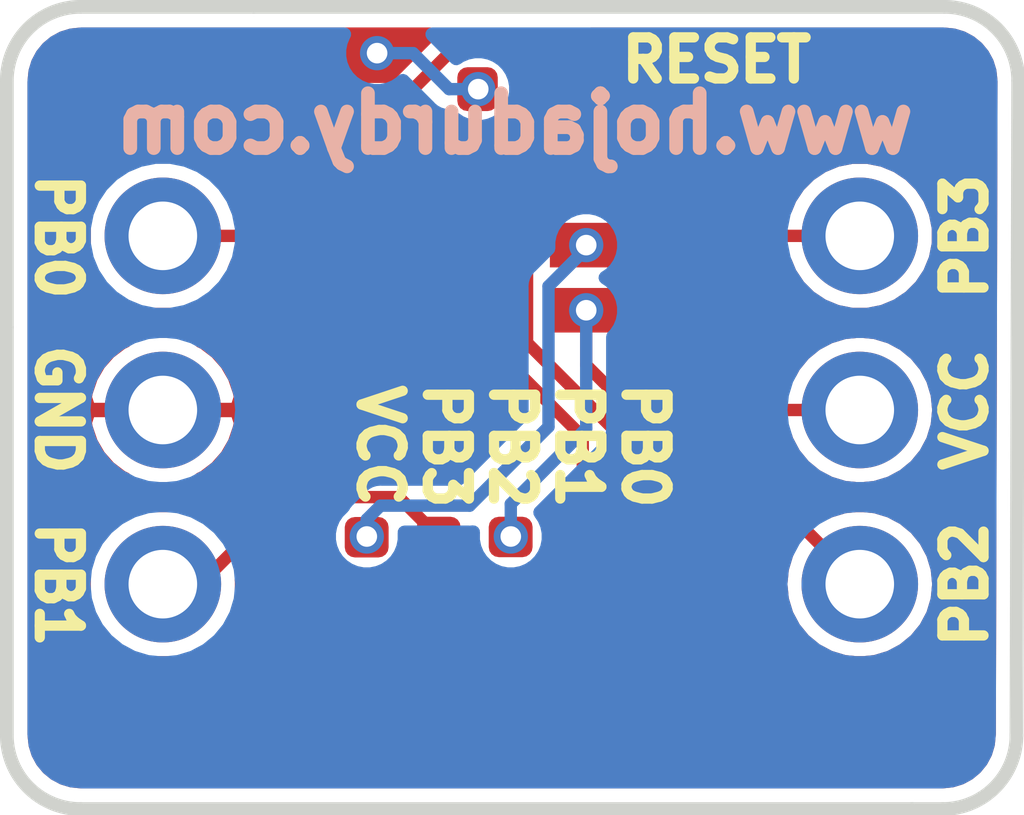
<source format=kicad_pcb>
(kicad_pcb (version 20171130) (host pcbnew "(5.0.0-3-g5ebb6b6)")

  (general
    (thickness 1.6)
    (drawings 21)
    (tracks 101)
    (zones 0)
    (modules 16)
    (nets 13)
  )

  (page A4)
  (layers
    (0 F.Cu signal)
    (31 B.Cu signal)
    (32 B.Adhes user)
    (33 F.Adhes user)
    (34 B.Paste user)
    (35 F.Paste user)
    (36 B.SilkS user)
    (37 F.SilkS user)
    (38 B.Mask user)
    (39 F.Mask user)
    (40 Dwgs.User user)
    (41 Cmts.User user)
    (42 Eco1.User user)
    (43 Eco2.User user)
    (44 Edge.Cuts user)
    (45 Margin user)
    (46 B.CrtYd user)
    (47 F.CrtYd user)
    (48 B.Fab user)
    (49 F.Fab user)
  )

  (setup
    (last_trace_width 0.18)
    (trace_clearance 0.2)
    (zone_clearance 0.508)
    (zone_45_only no)
    (trace_min 0.17)
    (segment_width 0.2)
    (edge_width 0.2)
    (via_size 0.5)
    (via_drill 0.3)
    (via_min_size 0.4)
    (via_min_drill 0.3)
    (uvia_size 0.3)
    (uvia_drill 0.1)
    (uvias_allowed no)
    (uvia_min_size 0.2)
    (uvia_min_drill 0.1)
    (pcb_text_width 0.3)
    (pcb_text_size 1.5 1.5)
    (mod_edge_width 0.15)
    (mod_text_size 1 1)
    (mod_text_width 0.15)
    (pad_size 0.45 0.7)
    (pad_drill 0)
    (pad_to_mask_clearance 0)
    (aux_axis_origin 0 0)
    (visible_elements FFFFFF7F)
    (pcbplotparams
      (layerselection 0x010fc_ffffffff)
      (usegerberextensions false)
      (usegerberattributes false)
      (usegerberadvancedattributes false)
      (creategerberjobfile false)
      (excludeedgelayer true)
      (linewidth 0.100000)
      (plotframeref false)
      (viasonmask false)
      (mode 1)
      (useauxorigin false)
      (hpglpennumber 1)
      (hpglpenspeed 20)
      (hpglpendiameter 15.000000)
      (psnegative false)
      (psa4output false)
      (plotreference true)
      (plotvalue true)
      (plotinvisibletext false)
      (padsonsilk false)
      (subtractmaskfromsilk false)
      (outputformat 1)
      (mirror false)
      (drillshape 1)
      (scaleselection 1)
      (outputdirectory ""))
  )

  (net 0 "")
  (net 1 VCC)
  (net 2 GND)
  (net 3 "Net-(D1-Pad2)")
  (net 4 "Net-(D2-Pad2)")
  (net 5 "Net-(D3-Pad2)")
  (net 6 /PB3)
  (net 7 /PB1)
  (net 8 /PB0)
  (net 9 /PB2)
  (net 10 "Net-(D4-Pad2)")
  (net 11 "Net-(D5-Pad2)")
  (net 12 "Net-(Q1-Pad2)")

  (net_class Default "This is the default net class."
    (clearance 0.2)
    (trace_width 0.18)
    (via_dia 0.5)
    (via_drill 0.3)
    (uvia_dia 0.3)
    (uvia_drill 0.1)
    (add_net /PB0)
    (add_net /PB1)
    (add_net /PB2)
    (add_net /PB3)
    (add_net GND)
    (add_net "Net-(D1-Pad2)")
    (add_net "Net-(D2-Pad2)")
    (add_net "Net-(D3-Pad2)")
    (add_net "Net-(D4-Pad2)")
    (add_net "Net-(D5-Pad2)")
    (add_net "Net-(Q1-Pad2)")
    (add_net VCC)
  )

  (module LED_SMD:LED_0402_1005Metric (layer F.Cu) (tedit 5C0D7962) (tstamp 5C252087)
    (at 132.7 88.716757 90)
    (descr "LED SMD 0402 (1005 Metric), square (rectangular) end terminal, IPC_7351 nominal, (Body size source: http://www.tortai-tech.com/upload/download/2011102023233369053.pdf), generated with kicad-footprint-generator")
    (tags LED)
    (path /5BB0DEB4)
    (attr smd)
    (fp_text reference D2 (at 0 -1.17 90) (layer F.SilkS) hide
      (effects (font (size 1 1) (thickness 0.15)))
    )
    (fp_text value LED (at 0 1.17 90) (layer F.Fab) hide
      (effects (font (size 1 1) (thickness 0.15)))
    )
    (fp_text user %R (at 0 0 90) (layer F.Fab)
      (effects (font (size 0.25 0.25) (thickness 0.04)))
    )
    (fp_line (start -0.3 0.25) (end -0.3 -0.25) (layer F.Fab) (width 0.1))
    (fp_line (start -0.4 0.25) (end -0.4 -0.25) (layer F.Fab) (width 0.1))
    (fp_line (start 0.5 0.25) (end -0.5 0.25) (layer F.Fab) (width 0.1))
    (fp_line (start 0.5 -0.25) (end 0.5 0.25) (layer F.Fab) (width 0.1))
    (fp_line (start -0.5 -0.25) (end 0.5 -0.25) (layer F.Fab) (width 0.1))
    (fp_line (start -0.5 0.25) (end -0.5 -0.25) (layer F.Fab) (width 0.1))
    (pad 2 smd roundrect (at 0.485 0 90) (size 0.59 0.64) (layers F.Cu F.Paste F.Mask) (roundrect_rratio 0.25)
      (net 4 "Net-(D2-Pad2)"))
    (pad 1 smd roundrect (at -0.485 0 90) (size 0.59 0.64) (layers F.Cu F.Paste F.Mask) (roundrect_rratio 0.25)
      (net 2 GND))
    (model ${KISYS3DMOD}/LED_SMD.3dshapes/LED_0402_1005Metric.wrl
      (at (xyz 0 0 0))
      (scale (xyz 1 1 1))
      (rotate (xyz 0 0 0))
    )
  )

  (module LED_SMD:LED_0402_1005Metric (layer F.Cu) (tedit 5C0D7952) (tstamp 5C252075)
    (at 133.75 88.71 90)
    (descr "LED SMD 0402 (1005 Metric), square (rectangular) end terminal, IPC_7351 nominal, (Body size source: http://www.tortai-tech.com/upload/download/2011102023233369053.pdf), generated with kicad-footprint-generator")
    (tags LED)
    (path /5BB0D5F5)
    (attr smd)
    (fp_text reference D1 (at 0 -1.17 90) (layer F.SilkS) hide
      (effects (font (size 1 1) (thickness 0.15)))
    )
    (fp_text value LED (at 0 1.17 90) (layer F.Fab) hide
      (effects (font (size 1 1) (thickness 0.15)))
    )
    (fp_line (start -0.5 0.25) (end -0.5 -0.25) (layer F.Fab) (width 0.1))
    (fp_line (start -0.5 -0.25) (end 0.5 -0.25) (layer F.Fab) (width 0.1))
    (fp_line (start 0.5 -0.25) (end 0.5 0.25) (layer F.Fab) (width 0.1))
    (fp_line (start 0.5 0.25) (end -0.5 0.25) (layer F.Fab) (width 0.1))
    (fp_line (start -0.4 0.25) (end -0.4 -0.25) (layer F.Fab) (width 0.1))
    (fp_line (start -0.3 0.25) (end -0.3 -0.25) (layer F.Fab) (width 0.1))
    (fp_text user %R (at 0 0 90) (layer F.Fab)
      (effects (font (size 0.25 0.25) (thickness 0.04)))
    )
    (pad 1 smd roundrect (at -0.485 0 90) (size 0.59 0.64) (layers F.Cu F.Paste F.Mask) (roundrect_rratio 0.25)
      (net 2 GND))
    (pad 2 smd roundrect (at 0.485 0 90) (size 0.59 0.64) (layers F.Cu F.Paste F.Mask) (roundrect_rratio 0.25)
      (net 3 "Net-(D1-Pad2)"))
    (model ${KISYS3DMOD}/LED_SMD.3dshapes/LED_0402_1005Metric.wrl
      (at (xyz 0 0 0))
      (scale (xyz 1 1 1))
      (rotate (xyz 0 0 0))
    )
  )

  (module LED_SMD:LED_0402_1005Metric (layer F.Cu) (tedit 5C0D7943) (tstamp 5C2520BD)
    (at 129.548089 88.716757 90)
    (descr "LED SMD 0402 (1005 Metric), square (rectangular) end terminal, IPC_7351 nominal, (Body size source: http://www.tortai-tech.com/upload/download/2011102023233369053.pdf), generated with kicad-footprint-generator")
    (tags LED)
    (path /5BB1298B)
    (attr smd)
    (fp_text reference D5 (at 0 -1.17 90) (layer F.SilkS) hide
      (effects (font (size 1 1) (thickness 0.15)))
    )
    (fp_text value LED (at 0 1.17 90) (layer F.Fab) hide
      (effects (font (size 1 1) (thickness 0.15)))
    )
    (fp_text user %R (at 0 0 90) (layer F.Fab)
      (effects (font (size 0.25 0.25) (thickness 0.04)))
    )
    (fp_line (start -0.3 0.25) (end -0.3 -0.25) (layer F.Fab) (width 0.1))
    (fp_line (start -0.4 0.25) (end -0.4 -0.25) (layer F.Fab) (width 0.1))
    (fp_line (start 0.5 0.25) (end -0.5 0.25) (layer F.Fab) (width 0.1))
    (fp_line (start 0.5 -0.25) (end 0.5 0.25) (layer F.Fab) (width 0.1))
    (fp_line (start -0.5 -0.25) (end 0.5 -0.25) (layer F.Fab) (width 0.1))
    (fp_line (start -0.5 0.25) (end -0.5 -0.25) (layer F.Fab) (width 0.1))
    (pad 2 smd roundrect (at 0.485 0 90) (size 0.59 0.64) (layers F.Cu F.Paste F.Mask) (roundrect_rratio 0.25)
      (net 11 "Net-(D5-Pad2)"))
    (pad 1 smd roundrect (at -0.485 0 90) (size 0.59 0.64) (layers F.Cu F.Paste F.Mask) (roundrect_rratio 0.25)
      (net 2 GND))
    (model ${KISYS3DMOD}/LED_SMD.3dshapes/LED_0402_1005Metric.wrl
      (at (xyz 0 0 0))
      (scale (xyz 1 1 1))
      (rotate (xyz 0 0 0))
    )
  )

  (module LED_SMD:LED_0402_1005Metric (layer F.Cu) (tedit 5C0D7931) (tstamp 5C252099)
    (at 131.648089 88.716757 90)
    (descr "LED SMD 0402 (1005 Metric), square (rectangular) end terminal, IPC_7351 nominal, (Body size source: http://www.tortai-tech.com/upload/download/2011102023233369053.pdf), generated with kicad-footprint-generator")
    (tags LED)
    (path /5BB0DECD)
    (attr smd)
    (fp_text reference D3 (at 0 -1.17 90) (layer F.SilkS) hide
      (effects (font (size 1 1) (thickness 0.15)))
    )
    (fp_text value LED (at 0 1.17 90) (layer F.Fab) hide
      (effects (font (size 1 1) (thickness 0.15)))
    )
    (fp_line (start -0.5 0.25) (end -0.5 -0.25) (layer F.Fab) (width 0.1))
    (fp_line (start -0.5 -0.25) (end 0.5 -0.25) (layer F.Fab) (width 0.1))
    (fp_line (start 0.5 -0.25) (end 0.5 0.25) (layer F.Fab) (width 0.1))
    (fp_line (start 0.5 0.25) (end -0.5 0.25) (layer F.Fab) (width 0.1))
    (fp_line (start -0.4 0.25) (end -0.4 -0.25) (layer F.Fab) (width 0.1))
    (fp_line (start -0.3 0.25) (end -0.3 -0.25) (layer F.Fab) (width 0.1))
    (fp_text user %R (at 0 0 90) (layer F.Fab)
      (effects (font (size 0.25 0.25) (thickness 0.04)))
    )
    (pad 1 smd roundrect (at -0.485 0 90) (size 0.59 0.64) (layers F.Cu F.Paste F.Mask) (roundrect_rratio 0.25)
      (net 2 GND))
    (pad 2 smd roundrect (at 0.485 0 90) (size 0.59 0.64) (layers F.Cu F.Paste F.Mask) (roundrect_rratio 0.25)
      (net 5 "Net-(D3-Pad2)"))
    (model ${KISYS3DMOD}/LED_SMD.3dshapes/LED_0402_1005Metric.wrl
      (at (xyz 0 0 0))
      (scale (xyz 1 1 1))
      (rotate (xyz 0 0 0))
    )
  )

  (module LED_SMD:LED_0402_1005Metric (layer F.Cu) (tedit 5C0D7922) (tstamp 5C2520AB)
    (at 130.598089 88.716757 90)
    (descr "LED SMD 0402 (1005 Metric), square (rectangular) end terminal, IPC_7351 nominal, (Body size source: http://www.tortai-tech.com/upload/download/2011102023233369053.pdf), generated with kicad-footprint-generator")
    (tags LED)
    (path /5BB25877)
    (attr smd)
    (fp_text reference D4 (at 0 -1.17 90) (layer F.SilkS) hide
      (effects (font (size 1 1) (thickness 0.15)))
    )
    (fp_text value LED (at 0 1.17 90) (layer F.Fab) hide
      (effects (font (size 1 1) (thickness 0.15)))
    )
    (fp_line (start -0.5 0.25) (end -0.5 -0.25) (layer F.Fab) (width 0.1))
    (fp_line (start -0.5 -0.25) (end 0.5 -0.25) (layer F.Fab) (width 0.1))
    (fp_line (start 0.5 -0.25) (end 0.5 0.25) (layer F.Fab) (width 0.1))
    (fp_line (start 0.5 0.25) (end -0.5 0.25) (layer F.Fab) (width 0.1))
    (fp_line (start -0.4 0.25) (end -0.4 -0.25) (layer F.Fab) (width 0.1))
    (fp_line (start -0.3 0.25) (end -0.3 -0.25) (layer F.Fab) (width 0.1))
    (fp_text user %R (at 0 0 90) (layer F.Fab)
      (effects (font (size 0.25 0.25) (thickness 0.04)))
    )
    (pad 1 smd roundrect (at -0.485 0 90) (size 0.59 0.64) (layers F.Cu F.Paste F.Mask) (roundrect_rratio 0.25)
      (net 2 GND))
    (pad 2 smd roundrect (at 0.485 0 90) (size 0.59 0.64) (layers F.Cu F.Paste F.Mask) (roundrect_rratio 0.25)
      (net 10 "Net-(D4-Pad2)"))
    (model ${KISYS3DMOD}/LED_SMD.3dshapes/LED_0402_1005Metric.wrl
      (at (xyz 0 0 0))
      (scale (xyz 1 1 1))
      (rotate (xyz 0 0 0))
    )
  )

  (module Resistor_SMD:R_0402_1005Metric (layer F.Cu) (tedit 5C0D7912) (tstamp 5C25213C)
    (at 130.598089 86.716757 90)
    (descr "Resistor SMD 0402 (1005 Metric), square (rectangular) end terminal, IPC_7351 nominal, (Body size source: http://www.tortai-tech.com/upload/download/2011102023233369053.pdf), generated with kicad-footprint-generator")
    (tags resistor)
    (path /5BB2583F)
    (attr smd)
    (fp_text reference R4 (at 0 -1.17 90) (layer F.SilkS) hide
      (effects (font (size 1 1) (thickness 0.15)))
    )
    (fp_text value 1K (at 0 1.17 90) (layer F.Fab) hide
      (effects (font (size 1 1) (thickness 0.15)))
    )
    (fp_text user %R (at 0 0 90) (layer F.Fab)
      (effects (font (size 0.25 0.25) (thickness 0.04)))
    )
    (fp_line (start 0.5 0.25) (end -0.5 0.25) (layer F.Fab) (width 0.1))
    (fp_line (start 0.5 -0.25) (end 0.5 0.25) (layer F.Fab) (width 0.1))
    (fp_line (start -0.5 -0.25) (end 0.5 -0.25) (layer F.Fab) (width 0.1))
    (fp_line (start -0.5 0.25) (end -0.5 -0.25) (layer F.Fab) (width 0.1))
    (pad 2 smd roundrect (at 0.485 0 90) (size 0.59 0.64) (layers F.Cu F.Paste F.Mask) (roundrect_rratio 0.25)
      (net 12 "Net-(Q1-Pad2)"))
    (pad 1 smd roundrect (at -0.485 0 90) (size 0.59 0.64) (layers F.Cu F.Paste F.Mask) (roundrect_rratio 0.25)
      (net 10 "Net-(D4-Pad2)"))
    (model ${KISYS3DMOD}/Resistor_SMD.3dshapes/R_0402_1005Metric.wrl
      (at (xyz 0 0 0))
      (scale (xyz 1 1 1))
      (rotate (xyz 0 0 0))
    )
  )

  (module Resistor_SMD:R_0402_1005Metric (layer F.Cu) (tedit 5C0D7904) (tstamp 5C25212D)
    (at 131.648089 86.716757 90)
    (descr "Resistor SMD 0402 (1005 Metric), square (rectangular) end terminal, IPC_7351 nominal, (Body size source: http://www.tortai-tech.com/upload/download/2011102023233369053.pdf), generated with kicad-footprint-generator")
    (tags resistor)
    (path /5BB0E090)
    (attr smd)
    (fp_text reference R3 (at 0 -1.17 90) (layer F.SilkS) hide
      (effects (font (size 1 1) (thickness 0.15)))
    )
    (fp_text value 1K (at 0 1.17 90) (layer F.Fab) hide
      (effects (font (size 1 1) (thickness 0.15)))
    )
    (fp_line (start -0.5 0.25) (end -0.5 -0.25) (layer F.Fab) (width 0.1))
    (fp_line (start -0.5 -0.25) (end 0.5 -0.25) (layer F.Fab) (width 0.1))
    (fp_line (start 0.5 -0.25) (end 0.5 0.25) (layer F.Fab) (width 0.1))
    (fp_line (start 0.5 0.25) (end -0.5 0.25) (layer F.Fab) (width 0.1))
    (fp_text user %R (at 0 0 90) (layer F.Fab)
      (effects (font (size 0.25 0.25) (thickness 0.04)))
    )
    (pad 1 smd roundrect (at -0.485 0 90) (size 0.59 0.64) (layers F.Cu F.Paste F.Mask) (roundrect_rratio 0.25)
      (net 5 "Net-(D3-Pad2)"))
    (pad 2 smd roundrect (at 0.485 0 90) (size 0.59 0.64) (layers F.Cu F.Paste F.Mask) (roundrect_rratio 0.25)
      (net 9 /PB2))
    (model ${KISYS3DMOD}/Resistor_SMD.3dshapes/R_0402_1005Metric.wrl
      (at (xyz 0 0 0))
      (scale (xyz 1 1 1))
      (rotate (xyz 0 0 0))
    )
  )

  (module HD:microbutton (layer F.Cu) (tedit 5C0D78D6) (tstamp 5C252158)
    (at 134.675 81.9 90)
    (descr "Ultra-small-sized Tactile Switch with High Contact Reliability, Top-actuated Model, without Ground Terminal, with Boss")
    (tags "Tactile Switch")
    (path /5C0DC8F4)
    (attr smd)
    (fp_text reference RESET1 (at 0 -2.5 90) (layer F.SilkS) hide
      (effects (font (size 1 1) (thickness 0.15)))
    )
    (fp_text value SW_Push (at 0 2.5 90) (layer F.Fab) hide
      (effects (font (size 1 1) (thickness 0.15)))
    )
    (fp_text user %R (at 0 -2.5 90) (layer F.Fab) hide
      (effects (font (size 1 1) (thickness 0.15)))
    )
    (fp_line (start -1.5 1) (end -1.5 -0.95) (layer F.Fab) (width 0.15))
    (fp_line (start -0.05 -0.95) (end -1.5 -0.95) (layer F.Fab) (width 0.15))
    (fp_line (start 1.4 -0.95) (end -0.05 -0.95) (layer F.Fab) (width 0.15))
    (fp_line (start 1.4 -0.95) (end 1.4 1) (layer F.Fab) (width 0.15))
    (fp_line (start -0.05 1) (end 1.4 1) (layer F.Fab) (width 0.15))
    (fp_line (start -1.5 1) (end -0.05 1) (layer F.Fab) (width 0.15))
    (pad 1 smd rect (at -1.7 0 90) (size 0.6 1.5) (layers F.Cu F.Paste F.Mask)
      (net 6 /PB3))
    (pad 2 smd rect (at 1.6 0 90) (size 0.6 1.5) (layers F.Cu F.Paste F.Mask)
      (net 2 GND))
    (model ${KISYS3DMOD}/Button_Switch_SMD.3dshapes/SW_SPST_B3U-1000P-B.wrl
      (at (xyz 0 0 0))
      (scale (xyz 1 1 1))
      (rotate (xyz 0 0 0))
    )
  )

  (module Resistor_SMD:R_0402_1005Metric (layer F.Cu) (tedit 5C0D788D) (tstamp 5C25211E)
    (at 132.7 86.715 90)
    (descr "Resistor SMD 0402 (1005 Metric), square (rectangular) end terminal, IPC_7351 nominal, (Body size source: http://www.tortai-tech.com/upload/download/2011102023233369053.pdf), generated with kicad-footprint-generator")
    (tags resistor)
    (path /5BB0E070)
    (attr smd)
    (fp_text reference R2 (at 0 -1.17 90) (layer F.SilkS) hide
      (effects (font (size 1 1) (thickness 0.15)))
    )
    (fp_text value 1K (at 0 1.17 90) (layer F.Fab) hide
      (effects (font (size 1 1) (thickness 0.15)))
    )
    (fp_text user %R (at 0 0 90) (layer F.Fab)
      (effects (font (size 0.25 0.25) (thickness 0.04)))
    )
    (fp_line (start 0.5 0.25) (end -0.5 0.25) (layer F.Fab) (width 0.1))
    (fp_line (start 0.5 -0.25) (end 0.5 0.25) (layer F.Fab) (width 0.1))
    (fp_line (start -0.5 -0.25) (end 0.5 -0.25) (layer F.Fab) (width 0.1))
    (fp_line (start -0.5 0.25) (end -0.5 -0.25) (layer F.Fab) (width 0.1))
    (pad 2 smd roundrect (at 0.485 0 90) (size 0.59 0.64) (layers F.Cu F.Paste F.Mask) (roundrect_rratio 0.25)
      (net 7 /PB1))
    (pad 1 smd roundrect (at -0.485 0 90) (size 0.59 0.64) (layers F.Cu F.Paste F.Mask) (roundrect_rratio 0.25)
      (net 4 "Net-(D2-Pad2)"))
    (model ${KISYS3DMOD}/Resistor_SMD.3dshapes/R_0402_1005Metric.wrl
      (at (xyz 0 0 0))
      (scale (xyz 1 1 1))
      (rotate (xyz 0 0 0))
    )
  )

  (module Resistor_SMD:R_0402_1005Metric (layer F.Cu) (tedit 5C0D787A) (tstamp 5C25210F)
    (at 133.75 86.715 90)
    (descr "Resistor SMD 0402 (1005 Metric), square (rectangular) end terminal, IPC_7351 nominal, (Body size source: http://www.tortai-tech.com/upload/download/2011102023233369053.pdf), generated with kicad-footprint-generator")
    (tags resistor)
    (path /5BB0DF78)
    (attr smd)
    (fp_text reference R1 (at 0 -1.17 90) (layer F.SilkS) hide
      (effects (font (size 1 1) (thickness 0.15)))
    )
    (fp_text value 1K (at 0 1.17 90) (layer F.Fab) hide
      (effects (font (size 1 1) (thickness 0.15)))
    )
    (fp_line (start -0.5 0.25) (end -0.5 -0.25) (layer F.Fab) (width 0.1))
    (fp_line (start -0.5 -0.25) (end 0.5 -0.25) (layer F.Fab) (width 0.1))
    (fp_line (start 0.5 -0.25) (end 0.5 0.25) (layer F.Fab) (width 0.1))
    (fp_line (start 0.5 0.25) (end -0.5 0.25) (layer F.Fab) (width 0.1))
    (fp_text user %R (at 0 0 90) (layer F.Fab)
      (effects (font (size 0.25 0.25) (thickness 0.04)))
    )
    (pad 1 smd roundrect (at -0.485 0 90) (size 0.59 0.64) (layers F.Cu F.Paste F.Mask) (roundrect_rratio 0.25)
      (net 3 "Net-(D1-Pad2)"))
    (pad 2 smd roundrect (at 0.485 0 90) (size 0.59 0.64) (layers F.Cu F.Paste F.Mask) (roundrect_rratio 0.25)
      (net 8 /PB0))
    (model ${KISYS3DMOD}/Resistor_SMD.3dshapes/R_0402_1005Metric.wrl
      (at (xyz 0 0 0))
      (scale (xyz 1 1 1))
      (rotate (xyz 0 0 0))
    )
  )

  (module Resistor_SMD:R_0402_1005Metric (layer F.Cu) (tedit 5C0D7869) (tstamp 5C25214B)
    (at 129.548089 86.720494 270)
    (descr "Resistor SMD 0402 (1005 Metric), square (rectangular) end terminal, IPC_7351 nominal, (Body size source: http://www.tortai-tech.com/upload/download/2011102023233369053.pdf), generated with kicad-footprint-generator")
    (tags resistor)
    (path /5BB129D3)
    (attr smd)
    (fp_text reference R5 (at 0.035 1.25 270) (layer F.SilkS) hide
      (effects (font (size 1 1) (thickness 0.15)))
    )
    (fp_text value 1K (at 0 1.17 270) (layer F.Fab) hide
      (effects (font (size 1 1) (thickness 0.15)))
    )
    (fp_line (start -0.5 0.25) (end -0.5 -0.25) (layer F.Fab) (width 0.1))
    (fp_line (start -0.5 -0.25) (end 0.5 -0.25) (layer F.Fab) (width 0.1))
    (fp_line (start 0.5 -0.25) (end 0.5 0.25) (layer F.Fab) (width 0.1))
    (fp_line (start 0.5 0.25) (end -0.5 0.25) (layer F.Fab) (width 0.1))
    (fp_text user %R (at 0 0 270) (layer F.Fab)
      (effects (font (size 0.25 0.25) (thickness 0.04)))
    )
    (pad 1 smd roundrect (at -0.485 0 270) (size 0.59 0.64) (layers F.Cu F.Paste F.Mask) (roundrect_rratio 0.25)
      (net 1 VCC))
    (pad 2 smd roundrect (at 0.485 0 270) (size 0.59 0.64) (layers F.Cu F.Paste F.Mask) (roundrect_rratio 0.25)
      (net 11 "Net-(D5-Pad2)"))
    (model ${KISYS3DMOD}/Resistor_SMD.3dshapes/R_0402_1005Metric.wrl
      (at (xyz 0 0 0))
      (scale (xyz 1 1 1))
      (rotate (xyz 0 0 0))
    )
  )

  (module Capacitor_SMD:C_0402_1005Metric (layer F.Cu) (tedit 5C0D7856) (tstamp 5C252063)
    (at 131.65 79.7 180)
    (descr "Capacitor SMD 0402 (1005 Metric), square (rectangular) end terminal, IPC_7351 nominal, (Body size source: http://www.tortai-tech.com/upload/download/2011102023233369053.pdf), generated with kicad-footprint-generator")
    (tags capacitor)
    (path /5BB0D875)
    (attr smd)
    (fp_text reference C1 (at 0 -1.17 180) (layer F.SilkS) hide
      (effects (font (size 1 1) (thickness 0.15)))
    )
    (fp_text value 100nF (at 0 1.17 180) (layer F.Fab) hide
      (effects (font (size 1 1) (thickness 0.15)))
    )
    (fp_line (start -0.5 0.25) (end -0.5 -0.25) (layer F.Fab) (width 0.1))
    (fp_line (start -0.5 -0.25) (end 0.5 -0.25) (layer F.Fab) (width 0.1))
    (fp_line (start 0.5 -0.25) (end 0.5 0.25) (layer F.Fab) (width 0.1))
    (fp_line (start 0.5 0.25) (end -0.5 0.25) (layer F.Fab) (width 0.1))
    (fp_text user %R (at 0 0 180) (layer F.Fab)
      (effects (font (size 0.25 0.25) (thickness 0.04)))
    )
    (pad 1 smd roundrect (at -0.485 0 180) (size 0.59 0.64) (layers F.Cu F.Paste F.Mask) (roundrect_rratio 0.25)
      (net 1 VCC))
    (pad 2 smd roundrect (at 0.485 0 180) (size 0.59 0.64) (layers F.Cu F.Paste F.Mask) (roundrect_rratio 0.25)
      (net 2 GND))
    (model ${KISYS3DMOD}/Capacitor_SMD.3dshapes/C_0402_1005Metric.wrl
      (at (xyz 0 0 0))
      (scale (xyz 1 1 1))
      (rotate (xyz 0 0 0))
    )
  )

  (module Package_TO_SOT_SMD:SOT-23-6 (layer F.Cu) (tedit 5C0D7833) (tstamp 5C25216E)
    (at 131.65 81.975)
    (descr "6-pin SOT-23 package")
    (tags SOT-23-6)
    (path /5BB0D565)
    (attr smd)
    (fp_text reference U1 (at 0 -2.9) (layer F.SilkS) hide
      (effects (font (size 1 1) (thickness 0.15)))
    )
    (fp_text value ATtiny10 (at 0 2.9) (layer F.Fab) hide
      (effects (font (size 1 1) (thickness 0.15)))
    )
    (fp_text user %R (at 0 0 90) (layer F.Fab)
      (effects (font (size 0.5 0.5) (thickness 0.075)))
    )
    (fp_line (start -0.9 -0.9) (end -0.25 -1.55) (layer F.Fab) (width 0.1))
    (fp_line (start 0.9 -1.55) (end -0.25 -1.55) (layer F.Fab) (width 0.1))
    (fp_line (start -0.9 -0.9) (end -0.9 1.55) (layer F.Fab) (width 0.1))
    (fp_line (start 0.9 1.55) (end -0.9 1.55) (layer F.Fab) (width 0.1))
    (fp_line (start 0.9 -1.55) (end 0.9 1.55) (layer F.Fab) (width 0.1))
    (pad 1 smd rect (at -1.1 -0.95) (size 1.06 0.65) (layers F.Cu F.Paste F.Mask)
      (net 8 /PB0))
    (pad 2 smd rect (at -1.1 0) (size 1.06 0.65) (layers F.Cu F.Paste F.Mask)
      (net 2 GND))
    (pad 3 smd rect (at -1.1 0.95) (size 1.06 0.65) (layers F.Cu F.Paste F.Mask)
      (net 7 /PB1))
    (pad 4 smd rect (at 1.1 0.95) (size 1.06 0.65) (layers F.Cu F.Paste F.Mask)
      (net 9 /PB2))
    (pad 6 smd rect (at 1.1 -0.95) (size 1.06 0.65) (layers F.Cu F.Paste F.Mask)
      (net 6 /PB3))
    (pad 5 smd rect (at 1.1 0) (size 1.06 0.65) (layers F.Cu F.Paste F.Mask)
      (net 1 VCC))
    (model ${KISYS3DMOD}/Package_TO_SOT_SMD.3dshapes/SOT-23-6.wrl
      (at (xyz 0 0 0))
      (scale (xyz 1 1 1))
      (rotate (xyz 0 0 0))
    )
  )

  (module Package_TO_SOT_SMD:SOT-323_SC-70 (layer F.Cu) (tedit 5C0D7825) (tstamp 5C252100)
    (at 128.6 81.975 90)
    (descr "SOT-323, SC-70")
    (tags "SOT-323 SC-70")
    (path /5BB25A78)
    (attr smd)
    (fp_text reference Q1 (at -0.05 -1.95 90) (layer F.SilkS) hide
      (effects (font (size 1 1) (thickness 0.15)))
    )
    (fp_text value BC817 (at -0.05 2.05 90) (layer F.Fab) hide
      (effects (font (size 1 1) (thickness 0.15)))
    )
    (fp_text user %R (at 0 0 180) (layer F.Fab)
      (effects (font (size 0.5 0.5) (thickness 0.075)))
    )
    (fp_line (start 0.67 -1.1) (end -0.18 -1.1) (layer F.Fab) (width 0.1))
    (fp_line (start -0.68 -0.6) (end -0.68 1.1) (layer F.Fab) (width 0.1))
    (fp_line (start 0.67 -1.1) (end 0.67 1.1) (layer F.Fab) (width 0.1))
    (fp_line (start 0.67 1.1) (end -0.68 1.1) (layer F.Fab) (width 0.1))
    (fp_line (start -0.18 -1.1) (end -0.68 -0.6) (layer F.Fab) (width 0.1))
    (pad 1 smd rect (at -1 -0.65) (size 0.45 0.7) (layers F.Cu F.Paste F.Mask)
      (net 6 /PB3))
    (pad 2 smd rect (at -1 0.65) (size 0.45 0.7) (layers F.Cu F.Paste F.Mask)
      (net 12 "Net-(Q1-Pad2)"))
    (pad 3 smd rect (at 1 0) (size 0.45 0.7) (layers F.Cu F.Paste F.Mask)
      (net 1 VCC))
    (model ${KISYS3DMOD}/Package_TO_SOT_SMD.3dshapes/SOT-323_SC-70.wrl
      (at (xyz 0 0 0))
      (scale (xyz 1 1 1))
      (rotate (xyz 0 0 0))
    )
  )

  (module Connector_PinHeader_2.54mm:PinHeader_1x03_P2.54mm_Vertical (layer F.Cu) (tedit 5C0D6DCA) (tstamp 5C2520EB)
    (at 136.74 81.84)
    (descr "Through hole straight pin header, 1x03, 2.54mm pitch, single row")
    (tags "Through hole pin header THT 1x03 2.54mm single row")
    (path /5C0D9F10)
    (fp_text reference J2 (at 0 -2.33) (layer F.SilkS) hide
      (effects (font (size 1 1) (thickness 0.15)))
    )
    (fp_text value Conn_01x03_Male (at 0 7.41) (layer F.Fab) hide
      (effects (font (size 1 1) (thickness 0.15)))
    )
    (pad 3 thru_hole oval (at 0 5.08) (size 1.7 1.7) (drill 1) (layers *.Cu *.Mask)
      (net 9 /PB2))
    (pad 2 thru_hole oval (at 0 2.54) (size 1.7 1.7) (drill 1) (layers *.Cu *.Mask)
      (net 1 VCC))
    (pad 1 thru_hole circle (at 0 0) (size 1.7 1.7) (drill 1) (layers *.Cu *.Mask)
      (net 6 /PB3))
  )

  (module Connector_PinHeader_2.54mm:PinHeader_1x03_P2.54mm_Vertical (layer F.Cu) (tedit 5C0D6DD5) (tstamp 5C2520D4)
    (at 126.575 81.84)
    (descr "Through hole straight pin header, 1x03, 2.54mm pitch, single row")
    (tags "Through hole pin header THT 1x03 2.54mm single row")
    (path /5C0D9DC3)
    (fp_text reference J1 (at 0 -2.33) (layer F.SilkS) hide
      (effects (font (size 1 1) (thickness 0.15)))
    )
    (fp_text value Conn_01x03_Male (at 0 7.41) (layer F.Fab) hide
      (effects (font (size 1 1) (thickness 0.15)))
    )
    (fp_text user %R (at 0 2.54 90) (layer F.Fab)
      (effects (font (size 1 1) (thickness 0.15)))
    )
    (pad 1 thru_hole circle (at 0 0) (size 1.7 1.7) (drill 1) (layers *.Cu *.Mask)
      (net 8 /PB0))
    (pad 2 thru_hole oval (at 0 2.54) (size 1.7 1.7) (drill 1) (layers *.Cu *.Mask)
      (net 2 GND))
    (pad 3 thru_hole oval (at 0 5.08) (size 1.7 1.7) (drill 1) (layers *.Cu *.Mask)
      (net 7 /PB1))
  )

  (gr_text www.hojadurdy.com (at 131.7 80.2) (layer B.SilkS)
    (effects (font (size 0.8 0.8) (thickness 0.2)) (justify mirror))
  )
  (gr_text ATtiny10 (at 131.65 88.375) (layer B.Mask)
    (effects (font (size 1.3 1.3) (thickness 0.3)) (justify mirror))
  )
  (gr_text RESET (at 134.65 79.275) (layer F.SilkS) (tstamp 5C2555B5)
    (effects (font (size 0.6 0.6) (thickness 0.15)))
  )
  (gr_text GND (at 125.05 84.375 270) (layer F.SilkS) (tstamp 5C25536D)
    (effects (font (size 0.6 0.6) (thickness 0.15)))
  )
  (gr_text VCC (at 138.275 84.375 90) (layer F.SilkS) (tstamp 5C255363)
    (effects (font (size 0.6 0.6) (thickness 0.15)))
  )
  (gr_text PB3 (at 138.275 81.85 90) (layer F.SilkS) (tstamp 5C25535B)
    (effects (font (size 0.6 0.6) (thickness 0.15)))
  )
  (gr_text PB2 (at 138.275 86.925 90) (layer F.SilkS) (tstamp 5C255353)
    (effects (font (size 0.6 0.6) (thickness 0.15)))
  )
  (gr_text PB1 (at 125.05 86.925 270) (layer F.SilkS) (tstamp 5C25534B)
    (effects (font (size 0.6 0.6) (thickness 0.15)))
  )
  (gr_text PB0 (at 125.05 81.85 270) (layer F.SilkS) (tstamp 5C255340)
    (effects (font (size 0.6 0.6) (thickness 0.15)))
  )
  (gr_text "PB0\nPB1\nPB2\nPB3\nVCC" (at 131.675 84.9 270) (layer F.SilkS)
    (effects (font (size 0.6 0.6) (thickness 0.15)))
  )
  (gr_arc (start 137.975 79.575) (end 139.05 79.575) (angle -90) (layer Edge.Cuts) (width 0.2) (tstamp 5C253833))
  (gr_arc (start 137.95 89.125) (end 137.95 90.2) (angle -90) (layer Edge.Cuts) (width 0.2) (tstamp 5C253829))
  (gr_arc (start 125.375 89.125) (end 124.3 89.125) (angle -90) (layer Edge.Cuts) (width 0.2) (tstamp 5C25381A))
  (gr_arc (start 125.375 79.575) (end 125.375 78.5) (angle -90) (layer Edge.Cuts) (width 0.2))
  (gr_line (start 139.025 89.125) (end 139.05 79.575) (layer Edge.Cuts) (width 0.2))
  (gr_line (start 137.5 90.2) (end 137.95 90.2) (layer Edge.Cuts) (width 0.2))
  (gr_line (start 125.375 90.2) (end 137.5 90.2) (layer Edge.Cuts) (width 0.2))
  (gr_line (start 124.3 83.175) (end 124.3 89.1) (layer Edge.Cuts) (width 0.2))
  (gr_line (start 124.3 79.6) (end 124.3 83.175) (layer Edge.Cuts) (width 0.2))
  (gr_line (start 127.9 78.5) (end 137.975 78.5) (layer Edge.Cuts) (width 0.2))
  (gr_line (start 125.375 78.5) (end 127.9 78.5) (layer Edge.Cuts) (width 0.2))

  (via (at 131.175 79.7) (size 0.5) (drill 0.3) (layers F.Cu B.Cu) (net 2))
  (via (at 131.65 86.225) (size 0.5) (drill 0.3) (layers F.Cu B.Cu) (net 9))
  (via (at 129.55 86.225) (size 0.5) (drill 0.3) (layers F.Cu B.Cu) (net 1))
  (segment (start 132.04 81.975) (end 131.800832 81.735832) (width 0.18) (layer F.Cu) (net 1))
  (segment (start 132.75 81.975) (end 132.75 81.975) (width 0.18) (layer F.Cu) (net 1))
  (segment (start 133.634999 82.149999) (end 133.634999 84.072585) (width 0.18) (layer F.Cu) (net 1))
  (segment (start 133.46 81.975) (end 133.634999 82.149999) (width 0.18) (layer F.Cu) (net 1))
  (segment (start 132.75 81.975) (end 133.46 81.975) (width 0.18) (layer F.Cu) (net 1))
  (segment (start 133.942414 84.38) (end 136.74 84.38) (width 0.18) (layer F.Cu) (net 1))
  (segment (start 133.634999 84.072585) (end 133.942414 84.38) (width 0.18) (layer F.Cu) (net 1))
  (segment (start 131.800832 81.735832) (end 131.800832 80.4) (width 0.18) (layer F.Cu) (net 1))
  (segment (start 131.45 80.4) (end 131.800832 80.4) (width 0.18) (layer F.Cu) (net 1))
  (segment (start 129.58 80.4) (end 131.45 80.4) (width 0.18) (layer F.Cu) (net 1))
  (segment (start 129.005 80.975) (end 129.58 80.4) (width 0.18) (layer F.Cu) (net 1))
  (segment (start 128.6 80.975) (end 129.005 80.975) (width 0.18) (layer F.Cu) (net 1))
  (segment (start 131.975 80.4) (end 132.125 80.25) (width 0.18) (layer F.Cu) (net 1))
  (segment (start 132.125 79.71) (end 132.135 79.7) (width 0.18) (layer F.Cu) (net 1))
  (segment (start 132.125 80.25) (end 132.125 79.71) (width 0.18) (layer F.Cu) (net 1))
  (segment (start 131.800832 80.4) (end 131.975 80.4) (width 0.18) (layer F.Cu) (net 1))
  (segment (start 132.75 81.975) (end 132.04 81.975) (width 0.18) (layer F.Cu) (net 1) (tstamp 5C257321))
  (via (at 132.75 81.975) (size 0.5) (drill 0.3) (layers F.Cu B.Cu) (net 1))
  (segment (start 129.55 85.975) (end 129.55 86.225) (width 0.18) (layer B.Cu) (net 1))
  (segment (start 129.75 85.775) (end 129.55 85.975) (width 0.18) (layer B.Cu) (net 1))
  (segment (start 131.05 85.775) (end 129.75 85.775) (width 0.18) (layer B.Cu) (net 1))
  (segment (start 132.2 84.625) (end 131.05 85.775) (width 0.18) (layer B.Cu) (net 1))
  (segment (start 132.2 82.575) (end 132.2 84.625) (width 0.18) (layer B.Cu) (net 1))
  (segment (start 132.75 82.025) (end 132.2 82.575) (width 0.18) (layer B.Cu) (net 1))
  (segment (start 132.75 81.975) (end 132.75 82.025) (width 0.18) (layer B.Cu) (net 1))
  (via (at 129.7 79.175) (size 0.5) (drill 0.3) (layers F.Cu B.Cu) (net 2))
  (segment (start 130.225 79.175) (end 129.7 79.175) (width 0.18) (layer B.Cu) (net 2))
  (segment (start 130.75 79.7) (end 130.225 79.175) (width 0.18) (layer B.Cu) (net 2))
  (segment (start 131.175 79.7) (end 130.75 79.7) (width 0.18) (layer B.Cu) (net 2))
  (segment (start 133.75 88.225) (end 133.75 87.2) (width 0.18) (layer F.Cu) (net 3))
  (segment (start 132.7 88.231757) (end 132.7 87.2) (width 0.18) (layer F.Cu) (net 4))
  (segment (start 131.648089 88.231757) (end 131.648089 87.201757) (width 0.18) (layer F.Cu) (net 5))
  (segment (start 134.675 82.525) (end 134.675 83.6) (width 0.18) (layer F.Cu) (net 6))
  (segment (start 134.675 82.24) (end 134.675 82.525) (width 0.18) (layer F.Cu) (net 6))
  (segment (start 133.46 81.025) (end 134.675 82.24) (width 0.18) (layer F.Cu) (net 6))
  (segment (start 132.75 81.025) (end 133.46 81.025) (width 0.18) (layer F.Cu) (net 6))
  (segment (start 134.675 82.25) (end 134.675 82.525) (width 0.18) (layer F.Cu) (net 6))
  (segment (start 135.085 81.84) (end 134.675 82.25) (width 0.18) (layer F.Cu) (net 6))
  (segment (start 136.74 81.84) (end 135.085 81.84) (width 0.18) (layer F.Cu) (net 6))
  (segment (start 132.75 80.52) (end 132.75 81.025) (width 0.18) (layer F.Cu) (net 6))
  (segment (start 130.83501 79.08999) (end 132.463724 79.08999) (width 0.18) (layer F.Cu) (net 6))
  (segment (start 130.025 79.9) (end 130.83501 79.08999) (width 0.18) (layer F.Cu) (net 6))
  (segment (start 129.375 79.9) (end 130.025 79.9) (width 0.18) (layer F.Cu) (net 6))
  (segment (start 129.025 80.25) (end 129.375 79.9) (width 0.18) (layer F.Cu) (net 6))
  (segment (start 132.75 79.376266) (end 132.75 80.52) (width 0.18) (layer F.Cu) (net 6))
  (segment (start 127.825 80.625) (end 128.2 80.25) (width 0.18) (layer F.Cu) (net 6))
  (segment (start 125.434999 81.215001) (end 126.025 80.625) (width 0.18) (layer F.Cu) (net 6))
  (segment (start 125.434999 82.387201) (end 125.434999 81.215001) (width 0.18) (layer F.Cu) (net 6))
  (segment (start 126.025 80.625) (end 127.825 80.625) (width 0.18) (layer F.Cu) (net 6))
  (segment (start 127.122201 82.980001) (end 126.027799 82.980001) (width 0.18) (layer F.Cu) (net 6))
  (segment (start 132.463724 79.08999) (end 132.75 79.376266) (width 0.18) (layer F.Cu) (net 6))
  (segment (start 128.2 80.25) (end 129.025 80.25) (width 0.18) (layer F.Cu) (net 6))
  (segment (start 126.027799 82.980001) (end 125.434999 82.387201) (width 0.18) (layer F.Cu) (net 6))
  (segment (start 127.127202 82.975) (end 127.122201 82.980001) (width 0.18) (layer F.Cu) (net 6))
  (segment (start 127.95 82.975) (end 127.127202 82.975) (width 0.18) (layer F.Cu) (net 6))
  (segment (start 132.7 84.775) (end 132.7 86.23) (width 0.18) (layer F.Cu) (net 7))
  (segment (start 131.425 83.175) (end 131.425 83.5) (width 0.18) (layer F.Cu) (net 7))
  (segment (start 131.175 82.925) (end 131.425 83.175) (width 0.18) (layer F.Cu) (net 7))
  (segment (start 131.425 83.5) (end 132.7 84.775) (width 0.18) (layer F.Cu) (net 7))
  (segment (start 130.55 82.925) (end 131.175 82.925) (width 0.18) (layer F.Cu) (net 7))
  (segment (start 130.55 82.925) (end 130.55 83.487584) (width 0.18) (layer F.Cu) (net 7))
  (segment (start 130.55 83.487584) (end 127.117584 86.92) (width 0.18) (layer F.Cu) (net 7))
  (segment (start 127.117584 86.92) (end 126.575 86.92) (width 0.18) (layer F.Cu) (net 7))
  (segment (start 131.887416 83.4) (end 133.75 85.262584) (width 0.18) (layer F.Cu) (net 8))
  (segment (start 131.887416 82.362416) (end 131.887416 83.4) (width 0.18) (layer F.Cu) (net 8))
  (segment (start 133.75 85.835) (end 133.75 86.23) (width 0.18) (layer F.Cu) (net 8))
  (segment (start 131.420822 81.895822) (end 131.887416 82.362416) (width 0.18) (layer F.Cu) (net 8))
  (segment (start 131.420822 81.185822) (end 131.420822 81.895822) (width 0.18) (layer F.Cu) (net 8))
  (segment (start 131.26 81.025) (end 131.420822 81.185822) (width 0.18) (layer F.Cu) (net 8))
  (segment (start 133.75 85.262584) (end 133.75 85.835) (width 0.18) (layer F.Cu) (net 8))
  (segment (start 130.55 81.025) (end 131.26 81.025) (width 0.18) (layer F.Cu) (net 8))
  (segment (start 129.025 81.84) (end 127.777081 81.84) (width 0.18) (layer F.Cu) (net 8))
  (segment (start 129.84 81.025) (end 129.025 81.84) (width 0.18) (layer F.Cu) (net 8))
  (segment (start 127.777081 81.84) (end 126.575 81.84) (width 0.18) (layer F.Cu) (net 8))
  (segment (start 130.55 81.025) (end 129.84 81.025) (width 0.18) (layer F.Cu) (net 8))
  (segment (start 132.75 83.725) (end 132.75 82.925) (width 0.18) (layer F.Cu) (net 9))
  (segment (start 135.095001 86.070001) (end 132.75 83.725) (width 0.18) (layer F.Cu) (net 9))
  (segment (start 135.890001 86.070001) (end 135.095001 86.070001) (width 0.18) (layer F.Cu) (net 9))
  (segment (start 136.74 86.92) (end 135.890001 86.070001) (width 0.18) (layer F.Cu) (net 9))
  (segment (start 132.75 82.925) (end 132.75 82.925) (width 0.18) (layer F.Cu) (net 9) (tstamp 5C25731F))
  (via (at 132.75 82.925) (size 0.5) (drill 0.3) (layers F.Cu B.Cu) (net 9))
  (segment (start 131.65 85.75) (end 131.65 86.225) (width 0.18) (layer B.Cu) (net 9))
  (segment (start 132.75 84.65) (end 131.65 85.75) (width 0.18) (layer B.Cu) (net 9))
  (segment (start 132.75 82.925) (end 132.75 84.65) (width 0.18) (layer B.Cu) (net 9))
  (segment (start 130.598089 88.231757) (end 130.598089 87.201757) (width 0.18) (layer F.Cu) (net 10))
  (segment (start 129.548089 87.205494) (end 129.548089 88.231757) (width 0.18) (layer F.Cu) (net 11))
  (segment (start 127.720001 85.779999) (end 129.25 84.25) (width 0.18) (layer F.Cu) (net 12))
  (segment (start 125.434999 86.372799) (end 126.027799 85.779999) (width 0.18) (layer F.Cu) (net 12))
  (segment (start 125.434999 87.467201) (end 125.434999 86.372799) (width 0.18) (layer F.Cu) (net 12))
  (segment (start 127.715001 86.859999) (end 127.715001 87.467201) (width 0.18) (layer F.Cu) (net 12))
  (segment (start 126.027799 88.060001) (end 125.434999 87.467201) (width 0.18) (layer F.Cu) (net 12))
  (segment (start 128.924516 85.650484) (end 127.715001 86.859999) (width 0.18) (layer F.Cu) (net 12))
  (segment (start 130.016816 85.650484) (end 128.924516 85.650484) (width 0.18) (layer F.Cu) (net 12))
  (segment (start 130.598089 86.231757) (end 130.016816 85.650484) (width 0.18) (layer F.Cu) (net 12))
  (segment (start 127.715001 87.467201) (end 127.122201 88.060001) (width 0.18) (layer F.Cu) (net 12))
  (segment (start 126.027799 85.779999) (end 127.720001 85.779999) (width 0.18) (layer F.Cu) (net 12))
  (segment (start 127.122201 88.060001) (end 126.027799 88.060001) (width 0.18) (layer F.Cu) (net 12))
  (segment (start 129.25 84.25) (end 129.25 82.975) (width 0.18) (layer F.Cu) (net 12))

  (zone (net 2) (net_name GND) (layer F.Cu) (tstamp 0) (hatch edge 0.508)
    (connect_pads (clearance 0.2))
    (min_thickness 0.2)
    (fill yes (arc_segments 32) (thermal_gap 0.2) (thermal_bridge_width 0.21))
    (polygon
      (pts
        (xy 137.85 78.525) (xy 125.3 78.525) (xy 124.8 78.7) (xy 124.375 79.15) (xy 124.275 79.525)
        (xy 124.275 89.25) (xy 124.525 89.85) (xy 124.975 90.225) (xy 125.9 90.225) (xy 138 90.225)
        (xy 138.45 90.1) (xy 138.875 89.675) (xy 139.025 89.075) (xy 139.05 79.5) (xy 138.875 78.925)
        (xy 138.15 78.525)
      )
    )
    (filled_polygon
      (pts
        (xy 129.863457 79.51) (xy 129.394159 79.51) (xy 129.375 79.508113) (xy 129.355841 79.51) (xy 129.298547 79.515643)
        (xy 129.225031 79.537944) (xy 129.176839 79.563703) (xy 129.157279 79.574158) (xy 129.112775 79.610681) (xy 129.112772 79.610684)
        (xy 129.097894 79.622894) (xy 129.085683 79.637773) (xy 128.863457 79.86) (xy 128.219158 79.86) (xy 128.199999 79.858113)
        (xy 128.123546 79.865643) (xy 128.050031 79.887944) (xy 127.982279 79.924158) (xy 127.975793 79.929481) (xy 127.937775 79.960681)
        (xy 127.937772 79.960684) (xy 127.922894 79.972894) (xy 127.910683 79.987773) (xy 127.663457 80.235) (xy 126.044148 80.235)
        (xy 126.024999 80.233114) (xy 126.00585 80.235) (xy 126.005841 80.235) (xy 125.948547 80.240643) (xy 125.875031 80.262944)
        (xy 125.807279 80.299158) (xy 125.747894 80.347894) (xy 125.735681 80.362776) (xy 125.172772 80.925685) (xy 125.157894 80.937895)
        (xy 125.145684 80.952773) (xy 125.14568 80.952777) (xy 125.109158 80.99728) (xy 125.072943 81.065033) (xy 125.050642 81.138548)
        (xy 125.043112 81.215001) (xy 125.045 81.23417) (xy 125.044999 82.368042) (xy 125.043112 82.387201) (xy 125.050642 82.463654)
        (xy 125.06989 82.527105) (xy 125.072943 82.537169) (xy 125.109157 82.604921) (xy 125.157893 82.664307) (xy 125.172777 82.676522)
        (xy 125.738482 83.242228) (xy 125.750693 83.257107) (xy 125.765571 83.269317) (xy 125.765574 83.26932) (xy 125.810078 83.305843)
        (xy 125.87783 83.342057) (xy 125.951346 83.364358) (xy 126.027799 83.371888) (xy 126.032359 83.371439) (xy 125.969869 83.402085)
        (xy 125.790715 83.538931) (xy 125.6417 83.708098) (xy 125.528552 83.903086) (xy 125.455618 84.116402) (xy 125.439951 84.195164)
        (xy 125.500012 84.375) (xy 126.57 84.375) (xy 126.57 84.355) (xy 126.58 84.355) (xy 126.58 84.375)
        (xy 127.649988 84.375) (xy 127.710049 84.195164) (xy 127.694382 84.116402) (xy 127.621448 83.903086) (xy 127.5083 83.708098)
        (xy 127.359285 83.538931) (xy 127.180131 83.402085) (xy 127.117641 83.371439) (xy 127.122201 83.371888) (xy 127.192136 83.365)
        (xy 127.427488 83.365) (xy 127.429341 83.38381) (xy 127.446496 83.44036) (xy 127.474353 83.492477) (xy 127.511842 83.538158)
        (xy 127.557523 83.575647) (xy 127.60964 83.603504) (xy 127.66619 83.620659) (xy 127.725 83.626451) (xy 128.175 83.626451)
        (xy 128.23381 83.620659) (xy 128.29036 83.603504) (xy 128.342477 83.575647) (xy 128.388158 83.538158) (xy 128.425647 83.492477)
        (xy 128.453504 83.44036) (xy 128.470659 83.38381) (xy 128.476451 83.325) (xy 128.476451 82.625) (xy 128.470659 82.56619)
        (xy 128.453504 82.50964) (xy 128.425647 82.457523) (xy 128.388158 82.411842) (xy 128.342477 82.374353) (xy 128.29036 82.346496)
        (xy 128.23381 82.329341) (xy 128.175 82.323549) (xy 127.725 82.323549) (xy 127.66619 82.329341) (xy 127.609998 82.346387)
        (xy 127.658208 82.23) (xy 129.005841 82.23) (xy 129.025 82.231887) (xy 129.101453 82.224357) (xy 129.174969 82.202056)
        (xy 129.242721 82.165842) (xy 129.302106 82.117106) (xy 129.314321 82.102222) (xy 129.72 81.696544) (xy 129.72 81.895)
        (xy 129.795 81.97) (xy 130.545 81.97) (xy 130.545 81.95) (xy 130.555 81.95) (xy 130.555 81.97)
        (xy 130.575 81.97) (xy 130.575 81.98) (xy 130.555 81.98) (xy 130.555 82) (xy 130.545 82)
        (xy 130.545 81.98) (xy 129.795 81.98) (xy 129.72 82.055) (xy 129.72 82.329548) (xy 129.731529 82.387507)
        (xy 129.754144 82.442104) (xy 129.759749 82.450492) (xy 129.741496 82.48464) (xy 129.741006 82.486257) (xy 129.725647 82.457523)
        (xy 129.688158 82.411842) (xy 129.642477 82.374353) (xy 129.59036 82.346496) (xy 129.53381 82.329341) (xy 129.475 82.323549)
        (xy 129.025 82.323549) (xy 128.96619 82.329341) (xy 128.90964 82.346496) (xy 128.857523 82.374353) (xy 128.811842 82.411842)
        (xy 128.774353 82.457523) (xy 128.746496 82.50964) (xy 128.729341 82.56619) (xy 128.723549 82.625) (xy 128.723549 83.325)
        (xy 128.729341 83.38381) (xy 128.746496 83.44036) (xy 128.774353 83.492477) (xy 128.811842 83.538158) (xy 128.857523 83.575647)
        (xy 128.860001 83.576971) (xy 128.86 84.088457) (xy 127.558458 85.389999) (xy 127.114709 85.389999) (xy 127.180131 85.357915)
        (xy 127.359285 85.221069) (xy 127.5083 85.051902) (xy 127.621448 84.856914) (xy 127.694382 84.643598) (xy 127.710049 84.564836)
        (xy 127.649988 84.385) (xy 126.58 84.385) (xy 126.58 84.405) (xy 126.57 84.405) (xy 126.57 84.385)
        (xy 125.500012 84.385) (xy 125.439951 84.564836) (xy 125.455618 84.643598) (xy 125.528552 84.856914) (xy 125.6417 85.051902)
        (xy 125.790715 85.221069) (xy 125.969869 85.357915) (xy 126.032359 85.388561) (xy 126.027799 85.388112) (xy 125.951346 85.395642)
        (xy 125.87783 85.417943) (xy 125.810078 85.454157) (xy 125.765574 85.49068) (xy 125.765571 85.490683) (xy 125.750693 85.502893)
        (xy 125.738482 85.517772) (xy 125.172772 86.083483) (xy 125.157894 86.095693) (xy 125.145684 86.110571) (xy 125.14568 86.110575)
        (xy 125.109158 86.155078) (xy 125.072943 86.222831) (xy 125.050642 86.296346) (xy 125.043112 86.372799) (xy 125.045 86.391968)
        (xy 125.044999 87.448042) (xy 125.043112 87.467201) (xy 125.050642 87.543654) (xy 125.066802 87.596924) (xy 125.072943 87.617169)
        (xy 125.109157 87.684921) (xy 125.157893 87.744307) (xy 125.172777 87.756522) (xy 125.738482 88.322228) (xy 125.750693 88.337107)
        (xy 125.765571 88.349317) (xy 125.765574 88.34932) (xy 125.810078 88.385843) (xy 125.87783 88.422057) (xy 125.951346 88.444358)
        (xy 126.027799 88.451888) (xy 126.046958 88.450001) (xy 127.103042 88.450001) (xy 127.122201 88.451888) (xy 127.198654 88.444358)
        (xy 127.204054 88.44272) (xy 127.27217 88.422057) (xy 127.339922 88.385843) (xy 127.399307 88.337107) (xy 127.411522 88.322223)
        (xy 127.977228 87.756518) (xy 127.992107 87.744307) (xy 128.004321 87.729425) (xy 128.040843 87.684922) (xy 128.077057 87.61717)
        (xy 128.099358 87.543654) (xy 128.106888 87.467201) (xy 128.105001 87.448042) (xy 128.105001 87.021542) (xy 128.926638 86.199905)
        (xy 128.926638 86.382994) (xy 128.935264 86.47058) (xy 128.960812 86.5548) (xy 129.0023 86.632418) (xy 129.058133 86.70045)
        (xy 129.082556 86.720494) (xy 129.058133 86.740538) (xy 129.0023 86.80857) (xy 128.960812 86.886188) (xy 128.935264 86.970408)
        (xy 128.926638 87.057994) (xy 128.926638 87.352994) (xy 128.935264 87.44058) (xy 128.960812 87.5248) (xy 129.0023 87.602418)
        (xy 129.058133 87.67045) (xy 129.116834 87.718626) (xy 129.058133 87.766801) (xy 129.0023 87.834833) (xy 128.960812 87.912451)
        (xy 128.935264 87.996671) (xy 128.926638 88.084257) (xy 128.926638 88.379257) (xy 128.935264 88.466843) (xy 128.960812 88.551063)
        (xy 129.0023 88.628681) (xy 129.038415 88.672686) (xy 129.03685 88.673732) (xy 128.995064 88.715518) (xy 128.962232 88.764654)
        (xy 128.939618 88.819251) (xy 128.928089 88.87721) (xy 128.928089 89.121757) (xy 129.003089 89.196757) (xy 129.543089 89.196757)
        (xy 129.543089 89.176757) (xy 129.553089 89.176757) (xy 129.553089 89.196757) (xy 130.593089 89.196757) (xy 130.593089 89.176757)
        (xy 130.603089 89.176757) (xy 130.603089 89.196757) (xy 131.643089 89.196757) (xy 131.643089 89.176757) (xy 131.653089 89.176757)
        (xy 131.653089 89.196757) (xy 132.695 89.196757) (xy 132.695 89.176757) (xy 132.705 89.176757) (xy 132.705 89.196757)
        (xy 132.725 89.196757) (xy 132.725 89.206757) (xy 132.705 89.206757) (xy 132.705 89.721757) (xy 132.78 89.796757)
        (xy 133.049548 89.796757) (xy 133.107507 89.785228) (xy 133.162104 89.762613) (xy 133.211239 89.729782) (xy 133.228379 89.712643)
        (xy 133.238761 89.723025) (xy 133.287896 89.755856) (xy 133.342493 89.778471) (xy 133.400452 89.79) (xy 133.67 89.79)
        (xy 133.745 89.715) (xy 133.745 89.2) (xy 133.755 89.2) (xy 133.755 89.715) (xy 133.83 89.79)
        (xy 134.099548 89.79) (xy 134.157507 89.778471) (xy 134.212104 89.755856) (xy 134.261239 89.723025) (xy 134.303025 89.681239)
        (xy 134.335857 89.632103) (xy 134.358471 89.577506) (xy 134.37 89.519547) (xy 134.37 89.275) (xy 134.295 89.2)
        (xy 133.755 89.2) (xy 133.745 89.2) (xy 133.725 89.2) (xy 133.725 89.19) (xy 133.745 89.19)
        (xy 133.745 89.17) (xy 133.755 89.17) (xy 133.755 89.19) (xy 134.295 89.19) (xy 134.37 89.115)
        (xy 134.37 88.870453) (xy 134.358471 88.812494) (xy 134.335857 88.757897) (xy 134.303025 88.708761) (xy 134.261239 88.666975)
        (xy 134.259674 88.665929) (xy 134.295789 88.621924) (xy 134.337277 88.544306) (xy 134.362825 88.460086) (xy 134.371451 88.3725)
        (xy 134.371451 88.0775) (xy 134.362825 87.989914) (xy 134.337277 87.905694) (xy 134.295789 87.828076) (xy 134.239956 87.760044)
        (xy 134.182024 87.7125) (xy 134.239956 87.664956) (xy 134.295789 87.596924) (xy 134.337277 87.519306) (xy 134.362825 87.435086)
        (xy 134.371451 87.3475) (xy 134.371451 87.0525) (xy 134.362825 86.964914) (xy 134.337277 86.880694) (xy 134.295789 86.803076)
        (xy 134.239956 86.735044) (xy 134.215533 86.715) (xy 134.239956 86.694956) (xy 134.295789 86.626924) (xy 134.337277 86.549306)
        (xy 134.362825 86.465086) (xy 134.371451 86.3775) (xy 134.371451 86.0825) (xy 134.362825 85.994914) (xy 134.337277 85.910694)
        (xy 134.295789 85.833076) (xy 134.246615 85.773158) (xy 134.80568 86.332223) (xy 134.817895 86.347107) (xy 134.87728 86.395843)
        (xy 134.945032 86.432057) (xy 135.018548 86.454358) (xy 135.075842 86.460001) (xy 135.075851 86.460001) (xy 135.095 86.461887)
        (xy 135.114149 86.460001) (xy 135.681904 86.460001) (xy 135.672398 86.477785) (xy 135.60664 86.694561) (xy 135.584436 86.92)
        (xy 135.60664 87.145439) (xy 135.672398 87.362215) (xy 135.779184 87.561997) (xy 135.922893 87.737107) (xy 136.098003 87.880816)
        (xy 136.297785 87.987602) (xy 136.514561 88.05336) (xy 136.683508 88.07) (xy 136.796492 88.07) (xy 136.965439 88.05336)
        (xy 137.182215 87.987602) (xy 137.381997 87.880816) (xy 137.557107 87.737107) (xy 137.700816 87.561997) (xy 137.807602 87.362215)
        (xy 137.87336 87.145439) (xy 137.895564 86.92) (xy 137.87336 86.694561) (xy 137.807602 86.477785) (xy 137.700816 86.278003)
        (xy 137.557107 86.102893) (xy 137.381997 85.959184) (xy 137.182215 85.852398) (xy 136.965439 85.78664) (xy 136.796492 85.77)
        (xy 136.683508 85.77) (xy 136.514561 85.78664) (xy 136.297785 85.852398) (xy 136.249663 85.87812) (xy 136.179322 85.807779)
        (xy 136.167107 85.792895) (xy 136.107722 85.744159) (xy 136.03997 85.707945) (xy 135.966454 85.685644) (xy 135.90916 85.680001)
        (xy 135.890001 85.678114) (xy 135.870842 85.680001) (xy 135.256544 85.680001) (xy 134.346543 84.77) (xy 135.656559 84.77)
        (xy 135.672398 84.822215) (xy 135.779184 85.021997) (xy 135.922893 85.197107) (xy 136.098003 85.340816) (xy 136.297785 85.447602)
        (xy 136.514561 85.51336) (xy 136.683508 85.53) (xy 136.796492 85.53) (xy 136.965439 85.51336) (xy 137.182215 85.447602)
        (xy 137.381997 85.340816) (xy 137.557107 85.197107) (xy 137.700816 85.021997) (xy 137.807602 84.822215) (xy 137.87336 84.605439)
        (xy 137.895564 84.38) (xy 137.87336 84.154561) (xy 137.807602 83.937785) (xy 137.700816 83.738003) (xy 137.557107 83.562893)
        (xy 137.381997 83.419184) (xy 137.182215 83.312398) (xy 136.965439 83.24664) (xy 136.796492 83.23) (xy 136.683508 83.23)
        (xy 136.514561 83.24664) (xy 136.297785 83.312398) (xy 136.098003 83.419184) (xy 135.922893 83.562893) (xy 135.779184 83.738003)
        (xy 135.726451 83.836659) (xy 135.726451 83.3) (xy 135.720659 83.24119) (xy 135.703504 83.18464) (xy 135.675647 83.132523)
        (xy 135.638158 83.086842) (xy 135.592477 83.049353) (xy 135.54036 83.021496) (xy 135.48381 83.004341) (xy 135.425 82.998549)
        (xy 135.065 82.998549) (xy 135.065 82.411543) (xy 135.246543 82.23) (xy 135.656792 82.23) (xy 135.720884 82.384729)
        (xy 135.846737 82.573082) (xy 136.006918 82.733263) (xy 136.195271 82.859116) (xy 136.404557 82.945806) (xy 136.626735 82.99)
        (xy 136.853265 82.99) (xy 137.075443 82.945806) (xy 137.284729 82.859116) (xy 137.473082 82.733263) (xy 137.633263 82.573082)
        (xy 137.759116 82.384729) (xy 137.845806 82.175443) (xy 137.89 81.953265) (xy 137.89 81.726735) (xy 137.845806 81.504557)
        (xy 137.759116 81.295271) (xy 137.633263 81.106918) (xy 137.473082 80.946737) (xy 137.284729 80.820884) (xy 137.075443 80.734194)
        (xy 136.853265 80.69) (xy 136.626735 80.69) (xy 136.404557 80.734194) (xy 136.195271 80.820884) (xy 136.006918 80.946737)
        (xy 135.846737 81.106918) (xy 135.720884 81.295271) (xy 135.656792 81.45) (xy 135.104159 81.45) (xy 135.085 81.448113)
        (xy 135.065841 81.45) (xy 135.008547 81.455643) (xy 134.935031 81.477944) (xy 134.867279 81.514158) (xy 134.807894 81.562894)
        (xy 134.795681 81.577776) (xy 134.68 81.693457) (xy 133.884331 80.897788) (xy 133.895452 80.9) (xy 134.595 80.9)
        (xy 134.67 80.825) (xy 134.67 80.305) (xy 134.68 80.305) (xy 134.68 80.825) (xy 134.755 80.9)
        (xy 135.454548 80.9) (xy 135.512507 80.888471) (xy 135.567104 80.865856) (xy 135.616239 80.833025) (xy 135.658025 80.791239)
        (xy 135.690857 80.742103) (xy 135.713471 80.687506) (xy 135.725 80.629547) (xy 135.725 80.38) (xy 135.65 80.305)
        (xy 134.68 80.305) (xy 134.67 80.305) (xy 133.7 80.305) (xy 133.625 80.38) (xy 133.625 80.629547)
        (xy 133.634222 80.675907) (xy 133.609969 80.662944) (xy 133.576811 80.652886) (xy 133.575659 80.64119) (xy 133.558504 80.58464)
        (xy 133.530647 80.532523) (xy 133.493158 80.486842) (xy 133.447477 80.449353) (xy 133.39536 80.421496) (xy 133.33881 80.404341)
        (xy 133.28 80.398549) (xy 133.14 80.398549) (xy 133.14 79.970453) (xy 133.625 79.970453) (xy 133.625 80.22)
        (xy 133.7 80.295) (xy 134.67 80.295) (xy 134.67 79.775) (xy 134.68 79.775) (xy 134.68 80.295)
        (xy 135.65 80.295) (xy 135.725 80.22) (xy 135.725 79.970453) (xy 135.713471 79.912494) (xy 135.690857 79.857897)
        (xy 135.658025 79.808761) (xy 135.616239 79.766975) (xy 135.567104 79.734144) (xy 135.512507 79.711529) (xy 135.454548 79.7)
        (xy 134.755 79.7) (xy 134.68 79.775) (xy 134.67 79.775) (xy 134.595 79.7) (xy 133.895452 79.7)
        (xy 133.837493 79.711529) (xy 133.782896 79.734144) (xy 133.733761 79.766975) (xy 133.691975 79.808761) (xy 133.659143 79.857897)
        (xy 133.636529 79.912494) (xy 133.625 79.970453) (xy 133.14 79.970453) (xy 133.14 79.395414) (xy 133.141886 79.376265)
        (xy 133.14 79.357116) (xy 133.14 79.357107) (xy 133.134357 79.299813) (xy 133.112056 79.226297) (xy 133.075842 79.158545)
        (xy 133.027106 79.09916) (xy 133.012223 79.086946) (xy 132.825277 78.9) (xy 137.955437 78.9) (xy 138.105735 78.914737)
        (xy 138.231491 78.952705) (xy 138.347477 79.014376) (xy 138.449277 79.097401) (xy 138.53301 79.198618) (xy 138.595488 79.314168)
        (xy 138.634333 79.439655) (xy 138.649964 79.588365) (xy 138.625051 89.104915) (xy 138.610263 89.255734) (xy 138.572295 89.381492)
        (xy 138.510624 89.497477) (xy 138.427597 89.599279) (xy 138.326383 89.683009) (xy 138.210829 89.745489) (xy 138.085341 89.784334)
        (xy 137.936291 89.8) (xy 125.394562 89.8) (xy 125.244266 89.785263) (xy 125.118508 89.747295) (xy 125.002523 89.685624)
        (xy 124.900721 89.602597) (xy 124.816991 89.501383) (xy 124.754511 89.385829) (xy 124.722296 89.281757) (xy 128.928089 89.281757)
        (xy 128.928089 89.526304) (xy 128.939618 89.584263) (xy 128.962232 89.63886) (xy 128.995064 89.687996) (xy 129.03685 89.729782)
        (xy 129.085985 89.762613) (xy 129.140582 89.785228) (xy 129.198541 89.796757) (xy 129.468089 89.796757) (xy 129.543089 89.721757)
        (xy 129.543089 89.206757) (xy 129.553089 89.206757) (xy 129.553089 89.721757) (xy 129.628089 89.796757) (xy 129.897637 89.796757)
        (xy 129.955596 89.785228) (xy 130.010193 89.762613) (xy 130.059328 89.729782) (xy 130.073089 89.716021) (xy 130.08685 89.729782)
        (xy 130.135985 89.762613) (xy 130.190582 89.785228) (xy 130.248541 89.796757) (xy 130.518089 89.796757) (xy 130.593089 89.721757)
        (xy 130.593089 89.206757) (xy 130.603089 89.206757) (xy 130.603089 89.721757) (xy 130.678089 89.796757) (xy 130.947637 89.796757)
        (xy 131.005596 89.785228) (xy 131.060193 89.762613) (xy 131.109328 89.729782) (xy 131.123089 89.716021) (xy 131.13685 89.729782)
        (xy 131.185985 89.762613) (xy 131.240582 89.785228) (xy 131.298541 89.796757) (xy 131.568089 89.796757) (xy 131.643089 89.721757)
        (xy 131.643089 89.206757) (xy 131.653089 89.206757) (xy 131.653089 89.721757) (xy 131.728089 89.796757) (xy 131.997637 89.796757)
        (xy 132.055596 89.785228) (xy 132.110193 89.762613) (xy 132.159328 89.729782) (xy 132.174045 89.715066) (xy 132.188761 89.729782)
        (xy 132.237896 89.762613) (xy 132.292493 89.785228) (xy 132.350452 89.796757) (xy 132.62 89.796757) (xy 132.695 89.721757)
        (xy 132.695 89.206757) (xy 131.653089 89.206757) (xy 131.643089 89.206757) (xy 130.603089 89.206757) (xy 130.593089 89.206757)
        (xy 129.553089 89.206757) (xy 129.543089 89.206757) (xy 129.003089 89.206757) (xy 128.928089 89.281757) (xy 124.722296 89.281757)
        (xy 124.715666 89.260341) (xy 124.7 89.111291) (xy 124.7 79.594563) (xy 124.714737 79.444265) (xy 124.752705 79.318509)
        (xy 124.814376 79.202523) (xy 124.897401 79.100723) (xy 124.998618 79.01699) (xy 125.114168 78.954512) (xy 125.239655 78.915667)
        (xy 125.388709 78.9) (xy 130.473456 78.9)
      )
    )
    (filled_polygon
      (pts
        (xy 131.17 79.695) (xy 131.19 79.695) (xy 131.19 79.705) (xy 131.17 79.705) (xy 131.17 79.725)
        (xy 131.16 79.725) (xy 131.16 79.705) (xy 131.14 79.705) (xy 131.14 79.695) (xy 131.16 79.695)
        (xy 131.16 79.675) (xy 131.17 79.675)
      )
    )
  )
  (zone (net 0) (net_name "") (layer B.Cu) (tstamp 0) (hatch edge 0.508)
    (connect_pads (clearance 0.2))
    (min_thickness 0.2)
    (fill yes (arc_segments 32) (thermal_gap 0.2) (thermal_bridge_width 0.21))
    (polygon
      (pts
        (xy 137.05 90.2) (xy 125.2 90.2) (xy 124.5 89.8) (xy 124.275 89.15) (xy 124.3 79.4)
        (xy 124.55 78.95) (xy 125 78.55) (xy 126.475 78.5) (xy 138.05 78.5) (xy 138.475 78.65)
        (xy 138.85 78.975) (xy 139.05 79.35) (xy 139.05 81.15) (xy 139.025 89.075) (xy 138.875 89.65)
        (xy 138.3 90.15)
      )
    )
    (filled_polygon
      (pts
        (xy 129.212597 78.914477) (xy 129.171136 79.014571) (xy 129.15 79.12083) (xy 129.15 79.22917) (xy 129.171136 79.335429)
        (xy 129.212597 79.435523) (xy 129.272787 79.525604) (xy 129.349396 79.602213) (xy 129.439477 79.662403) (xy 129.539571 79.703864)
        (xy 129.64583 79.725) (xy 129.75417 79.725) (xy 129.860429 79.703864) (xy 129.960523 79.662403) (xy 130.050604 79.602213)
        (xy 130.075637 79.57718) (xy 130.460683 79.962227) (xy 130.472894 79.977106) (xy 130.487772 79.989316) (xy 130.487775 79.989319)
        (xy 130.5202 80.015929) (xy 130.532279 80.025842) (xy 130.600031 80.062056) (xy 130.673547 80.084357) (xy 130.730841 80.09)
        (xy 130.73085 80.09) (xy 130.749999 80.091886) (xy 130.769148 80.09) (xy 130.787183 80.09) (xy 130.824396 80.127213)
        (xy 130.914477 80.187403) (xy 131.014571 80.228864) (xy 131.12083 80.25) (xy 131.22917 80.25) (xy 131.335429 80.228864)
        (xy 131.435523 80.187403) (xy 131.525604 80.127213) (xy 131.602213 80.050604) (xy 131.662403 79.960523) (xy 131.703864 79.860429)
        (xy 131.725 79.75417) (xy 131.725 79.64583) (xy 131.703864 79.539571) (xy 131.662403 79.439477) (xy 131.602213 79.349396)
        (xy 131.525604 79.272787) (xy 131.435523 79.212597) (xy 131.335429 79.171136) (xy 131.22917 79.15) (xy 131.12083 79.15)
        (xy 131.014571 79.171136) (xy 130.914477 79.212597) (xy 130.85433 79.252786) (xy 130.514321 78.912778) (xy 130.503834 78.9)
        (xy 137.955437 78.9) (xy 138.105735 78.914737) (xy 138.231491 78.952705) (xy 138.347477 79.014376) (xy 138.449277 79.097401)
        (xy 138.53301 79.198618) (xy 138.595488 79.314168) (xy 138.634333 79.439655) (xy 138.649964 79.588365) (xy 138.625051 89.104915)
        (xy 138.610263 89.255734) (xy 138.572295 89.381492) (xy 138.510624 89.497477) (xy 138.427597 89.599279) (xy 138.326383 89.683009)
        (xy 138.210829 89.745489) (xy 138.085341 89.784334) (xy 137.936291 89.8) (xy 125.394562 89.8) (xy 125.244266 89.785263)
        (xy 125.118508 89.747295) (xy 125.002523 89.685624) (xy 124.900721 89.602597) (xy 124.816991 89.501383) (xy 124.754511 89.385829)
        (xy 124.715666 89.260341) (xy 124.7 89.111291) (xy 124.7 86.92) (xy 125.419436 86.92) (xy 125.44164 87.145439)
        (xy 125.507398 87.362215) (xy 125.614184 87.561997) (xy 125.757893 87.737107) (xy 125.933003 87.880816) (xy 126.132785 87.987602)
        (xy 126.349561 88.05336) (xy 126.518508 88.07) (xy 126.631492 88.07) (xy 126.800439 88.05336) (xy 127.017215 87.987602)
        (xy 127.216997 87.880816) (xy 127.392107 87.737107) (xy 127.535816 87.561997) (xy 127.642602 87.362215) (xy 127.70836 87.145439)
        (xy 127.730564 86.92) (xy 135.584436 86.92) (xy 135.60664 87.145439) (xy 135.672398 87.362215) (xy 135.779184 87.561997)
        (xy 135.922893 87.737107) (xy 136.098003 87.880816) (xy 136.297785 87.987602) (xy 136.514561 88.05336) (xy 136.683508 88.07)
        (xy 136.796492 88.07) (xy 136.965439 88.05336) (xy 137.182215 87.987602) (xy 137.381997 87.880816) (xy 137.557107 87.737107)
        (xy 137.700816 87.561997) (xy 137.807602 87.362215) (xy 137.87336 87.145439) (xy 137.895564 86.92) (xy 137.87336 86.694561)
        (xy 137.807602 86.477785) (xy 137.700816 86.278003) (xy 137.557107 86.102893) (xy 137.381997 85.959184) (xy 137.182215 85.852398)
        (xy 136.965439 85.78664) (xy 136.796492 85.77) (xy 136.683508 85.77) (xy 136.514561 85.78664) (xy 136.297785 85.852398)
        (xy 136.098003 85.959184) (xy 135.922893 86.102893) (xy 135.779184 86.278003) (xy 135.672398 86.477785) (xy 135.60664 86.694561)
        (xy 135.584436 86.92) (xy 127.730564 86.92) (xy 127.70836 86.694561) (xy 127.642602 86.477785) (xy 127.535816 86.278003)
        (xy 127.447862 86.17083) (xy 129 86.17083) (xy 129 86.27917) (xy 129.021136 86.385429) (xy 129.062597 86.485523)
        (xy 129.122787 86.575604) (xy 129.199396 86.652213) (xy 129.289477 86.712403) (xy 129.389571 86.753864) (xy 129.49583 86.775)
        (xy 129.60417 86.775) (xy 129.710429 86.753864) (xy 129.810523 86.712403) (xy 129.900604 86.652213) (xy 129.977213 86.575604)
        (xy 130.037403 86.485523) (xy 130.078864 86.385429) (xy 130.1 86.27917) (xy 130.1 86.17083) (xy 130.09884 86.165)
        (xy 131.030841 86.165) (xy 131.05 86.166887) (xy 131.101799 86.161785) (xy 131.1 86.17083) (xy 131.1 86.27917)
        (xy 131.121136 86.385429) (xy 131.162597 86.485523) (xy 131.222787 86.575604) (xy 131.299396 86.652213) (xy 131.389477 86.712403)
        (xy 131.489571 86.753864) (xy 131.59583 86.775) (xy 131.70417 86.775) (xy 131.810429 86.753864) (xy 131.910523 86.712403)
        (xy 132.000604 86.652213) (xy 132.077213 86.575604) (xy 132.137403 86.485523) (xy 132.178864 86.385429) (xy 132.2 86.27917)
        (xy 132.2 86.17083) (xy 132.178864 86.064571) (xy 132.137403 85.964477) (xy 132.077213 85.874396) (xy 132.07718 85.874363)
        (xy 133.012228 84.939316) (xy 133.027106 84.927106) (xy 133.075842 84.867721) (xy 133.112056 84.799969) (xy 133.134357 84.726453)
        (xy 133.14 84.669159) (xy 133.141887 84.65) (xy 133.14 84.630841) (xy 133.14 84.38) (xy 135.584436 84.38)
        (xy 135.60664 84.605439) (xy 135.672398 84.822215) (xy 135.779184 85.021997) (xy 135.922893 85.197107) (xy 136.098003 85.340816)
        (xy 136.297785 85.447602) (xy 136.514561 85.51336) (xy 136.683508 85.53) (xy 136.796492 85.53) (xy 136.965439 85.51336)
        (xy 137.182215 85.447602) (xy 137.381997 85.340816) (xy 137.557107 85.197107) (xy 137.700816 85.021997) (xy 137.807602 84.822215)
        (xy 137.87336 84.605439) (xy 137.895564 84.38) (xy 137.87336 84.154561) (xy 137.807602 83.937785) (xy 137.700816 83.738003)
        (xy 137.557107 83.562893) (xy 137.381997 83.419184) (xy 137.182215 83.312398) (xy 136.965439 83.24664) (xy 136.796492 83.23)
        (xy 136.683508 83.23) (xy 136.514561 83.24664) (xy 136.297785 83.312398) (xy 136.098003 83.419184) (xy 135.922893 83.562893)
        (xy 135.779184 83.738003) (xy 135.672398 83.937785) (xy 135.60664 84.154561) (xy 135.584436 84.38) (xy 133.14 84.38)
        (xy 133.14 83.312817) (xy 133.177213 83.275604) (xy 133.237403 83.185523) (xy 133.278864 83.085429) (xy 133.3 82.97917)
        (xy 133.3 82.87083) (xy 133.278864 82.764571) (xy 133.237403 82.664477) (xy 133.177213 82.574396) (xy 133.100604 82.497787)
        (xy 133.029085 82.45) (xy 133.100604 82.402213) (xy 133.177213 82.325604) (xy 133.237403 82.235523) (xy 133.278864 82.135429)
        (xy 133.3 82.02917) (xy 133.3 81.92083) (xy 133.278864 81.814571) (xy 133.242481 81.726735) (xy 135.59 81.726735)
        (xy 135.59 81.953265) (xy 135.634194 82.175443) (xy 135.720884 82.384729) (xy 135.846737 82.573082) (xy 136.006918 82.733263)
        (xy 136.195271 82.859116) (xy 136.404557 82.945806) (xy 136.626735 82.99) (xy 136.853265 82.99) (xy 137.075443 82.945806)
        (xy 137.284729 82.859116) (xy 137.473082 82.733263) (xy 137.633263 82.573082) (xy 137.759116 82.384729) (xy 137.845806 82.175443)
        (xy 137.89 81.953265) (xy 137.89 81.726735) (xy 137.845806 81.504557) (xy 137.759116 81.295271) (xy 137.633263 81.106918)
        (xy 137.473082 80.946737) (xy 137.284729 80.820884) (xy 137.075443 80.734194) (xy 136.853265 80.69) (xy 136.626735 80.69)
        (xy 136.404557 80.734194) (xy 136.195271 80.820884) (xy 136.006918 80.946737) (xy 135.846737 81.106918) (xy 135.720884 81.295271)
        (xy 135.634194 81.504557) (xy 135.59 81.726735) (xy 133.242481 81.726735) (xy 133.237403 81.714477) (xy 133.177213 81.624396)
        (xy 133.100604 81.547787) (xy 133.010523 81.487597) (xy 132.910429 81.446136) (xy 132.80417 81.425) (xy 132.69583 81.425)
        (xy 132.589571 81.446136) (xy 132.489477 81.487597) (xy 132.399396 81.547787) (xy 132.322787 81.624396) (xy 132.262597 81.714477)
        (xy 132.221136 81.814571) (xy 132.2 81.92083) (xy 132.2 82.023457) (xy 131.937778 82.285679) (xy 131.922894 82.297894)
        (xy 131.874158 82.35728) (xy 131.842298 82.416887) (xy 131.837944 82.425032) (xy 131.815643 82.498547) (xy 131.808113 82.575)
        (xy 131.81 82.594159) (xy 131.810001 84.463456) (xy 130.888457 85.385) (xy 129.769159 85.385) (xy 129.75 85.383113)
        (xy 129.730841 85.385) (xy 129.673547 85.390643) (xy 129.600031 85.412944) (xy 129.532279 85.449158) (xy 129.472894 85.497894)
        (xy 129.460675 85.512783) (xy 129.287779 85.685679) (xy 129.272894 85.697894) (xy 129.230133 85.75) (xy 129.224159 85.757279)
        (xy 129.204235 85.794554) (xy 129.199396 85.797787) (xy 129.122787 85.874396) (xy 129.062597 85.964477) (xy 129.021136 86.064571)
        (xy 129 86.17083) (xy 127.447862 86.17083) (xy 127.392107 86.102893) (xy 127.216997 85.959184) (xy 127.017215 85.852398)
        (xy 126.800439 85.78664) (xy 126.631492 85.77) (xy 126.518508 85.77) (xy 126.349561 85.78664) (xy 126.132785 85.852398)
        (xy 125.933003 85.959184) (xy 125.757893 86.102893) (xy 125.614184 86.278003) (xy 125.507398 86.477785) (xy 125.44164 86.694561)
        (xy 125.419436 86.92) (xy 124.7 86.92) (xy 124.7 84.38) (xy 125.419436 84.38) (xy 125.44164 84.605439)
        (xy 125.507398 84.822215) (xy 125.614184 85.021997) (xy 125.757893 85.197107) (xy 125.933003 85.340816) (xy 126.132785 85.447602)
        (xy 126.349561 85.51336) (xy 126.518508 85.53) (xy 126.631492 85.53) (xy 126.800439 85.51336) (xy 127.017215 85.447602)
        (xy 127.216997 85.340816) (xy 127.392107 85.197107) (xy 127.535816 85.021997) (xy 127.642602 84.822215) (xy 127.70836 84.605439)
        (xy 127.730564 84.38) (xy 127.70836 84.154561) (xy 127.642602 83.937785) (xy 127.535816 83.738003) (xy 127.392107 83.562893)
        (xy 127.216997 83.419184) (xy 127.017215 83.312398) (xy 126.800439 83.24664) (xy 126.631492 83.23) (xy 126.518508 83.23)
        (xy 126.349561 83.24664) (xy 126.132785 83.312398) (xy 125.933003 83.419184) (xy 125.757893 83.562893) (xy 125.614184 83.738003)
        (xy 125.507398 83.937785) (xy 125.44164 84.154561) (xy 125.419436 84.38) (xy 124.7 84.38) (xy 124.7 81.726735)
        (xy 125.425 81.726735) (xy 125.425 81.953265) (xy 125.469194 82.175443) (xy 125.555884 82.384729) (xy 125.681737 82.573082)
        (xy 125.841918 82.733263) (xy 126.030271 82.859116) (xy 126.239557 82.945806) (xy 126.461735 82.99) (xy 126.688265 82.99)
        (xy 126.910443 82.945806) (xy 127.119729 82.859116) (xy 127.308082 82.733263) (xy 127.468263 82.573082) (xy 127.594116 82.384729)
        (xy 127.680806 82.175443) (xy 127.725 81.953265) (xy 127.725 81.726735) (xy 127.680806 81.504557) (xy 127.594116 81.295271)
        (xy 127.468263 81.106918) (xy 127.308082 80.946737) (xy 127.119729 80.820884) (xy 126.910443 80.734194) (xy 126.688265 80.69)
        (xy 126.461735 80.69) (xy 126.239557 80.734194) (xy 126.030271 80.820884) (xy 125.841918 80.946737) (xy 125.681737 81.106918)
        (xy 125.555884 81.295271) (xy 125.469194 81.504557) (xy 125.425 81.726735) (xy 124.7 81.726735) (xy 124.7 79.594563)
        (xy 124.714737 79.444265) (xy 124.752705 79.318509) (xy 124.814376 79.202523) (xy 124.897401 79.100723) (xy 124.998618 79.01699)
        (xy 125.114168 78.954512) (xy 125.239655 78.915667) (xy 125.388709 78.9) (xy 129.22227 78.9)
      )
    )
  )
)

</source>
